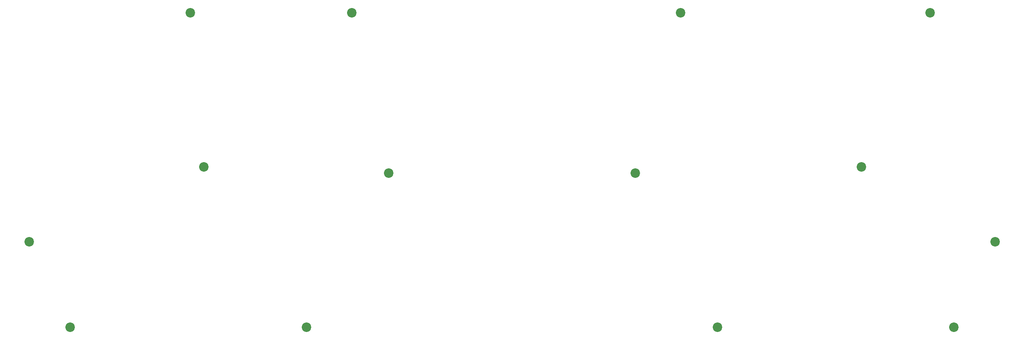
<source format=gbr>
%TF.GenerationSoftware,KiCad,Pcbnew,8.0.6*%
%TF.CreationDate,2025-02-17T10:53:08+09:00*%
%TF.ProjectId,top,746f702e-6b69-4636-9164-5f7063625858,rev?*%
%TF.SameCoordinates,Original*%
%TF.FileFunction,Soldermask,Top*%
%TF.FilePolarity,Negative*%
%FSLAX46Y46*%
G04 Gerber Fmt 4.6, Leading zero omitted, Abs format (unit mm)*
G04 Created by KiCad (PCBNEW 8.0.6) date 2025-02-17 10:53:08*
%MOMM*%
%LPD*%
G01*
G04 APERTURE LIST*
%ADD10C,2.200000*%
G04 APERTURE END LIST*
D10*
%TO.C,Ref\u002A\u002A*%
X126208900Y-79295625D03*
%TD*%
%TO.C,Ref\u002A\u002A*%
X117636220Y-42148125D03*
%TD*%
%TO.C,Ref\u002A\u002A*%
X83345500Y-77866875D03*
%TD*%
%TO.C,Ref\u002A\u002A*%
X266705600Y-95250000D03*
%TD*%
%TO.C,Ref\u002A\u002A*%
X52388600Y-115014375D03*
%TD*%
%TO.C,Ref\u002A\u002A*%
X235748700Y-77866875D03*
%TD*%
%TO.C,Ref\u002A\u002A*%
X251703410Y-42148125D03*
%TD*%
%TO.C,Ref\u002A\u002A*%
X107158500Y-115014375D03*
%TD*%
%TO.C,Ref\u002A\u002A*%
X42863400Y-95250000D03*
%TD*%
%TO.C,Ref\u002A\u002A*%
X80249810Y-42148125D03*
%TD*%
%TO.C,Ref\u002A\u002A*%
X193837820Y-42148125D03*
%TD*%
%TO.C,Ref\u002A\u002A*%
X257180425Y-115014375D03*
%TD*%
%TO.C,Ref\u002A\u002A*%
X183360100Y-79295625D03*
%TD*%
%TO.C,Ref\u002A\u002A*%
X202410500Y-115014375D03*
%TD*%
M02*

</source>
